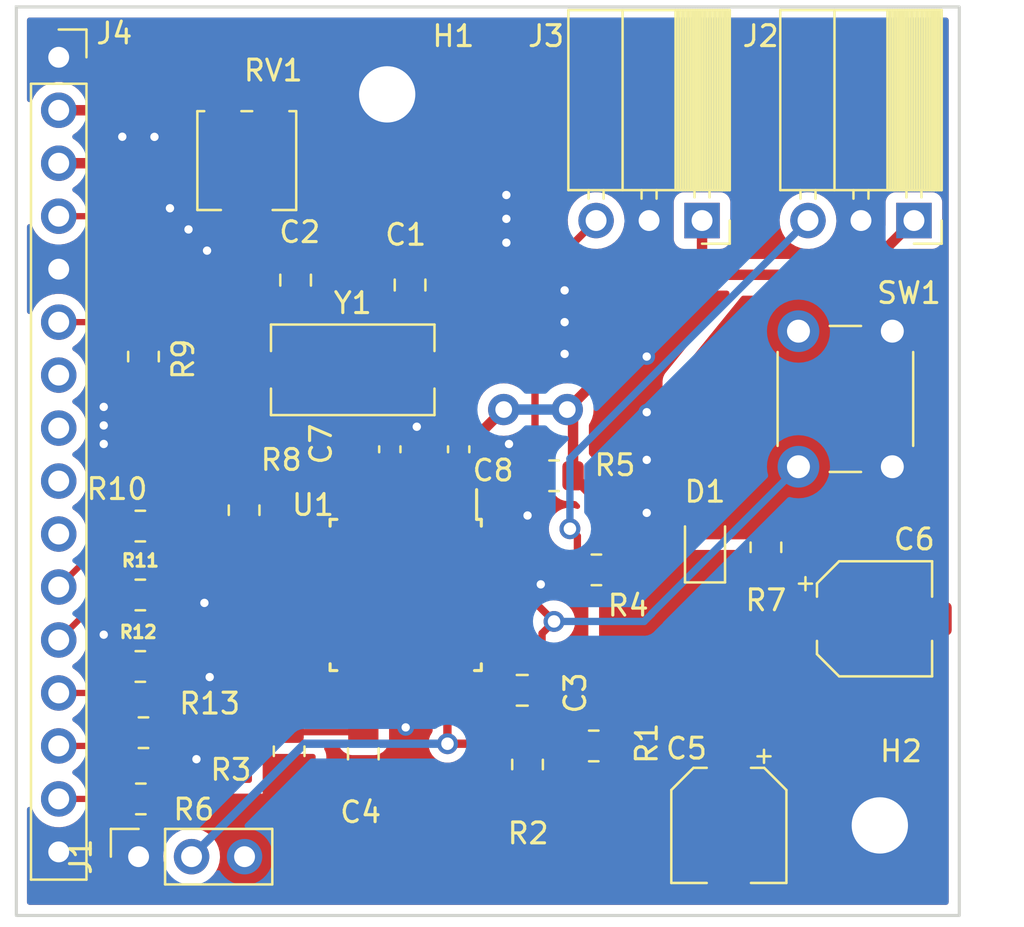
<source format=kicad_pcb>
(kicad_pcb (version 20211014) (generator pcbnew)
  (layers (0 "F.Cu" signal) (31 "B.Cu" signal) (34 "B.Paste" user) (35 "F.Paste" user) (36 "B.SilkS" user "B.Silkscreen") (37 "F.SilkS" user "F.Silkscreen") (38 "B.Mask" user) (39 "F.Mask" user) (44 "Edge.Cuts" user))
  (net 0 "")
  (net 1 "Net-(C1-Pad2)")
  (net 2 "Net-(C2-Pad2)")
  (net 3 "Net-(C4-Pad1)")
  (net 4 "VCC")
  (net 5 "Temp")
  (net 6 "Hall1")
  (net 7 "V0")
  (net 8 "GND")
  (net 9 "RESET")
  (net 14 "Net-(J4-Pad4)")
  (net 15 "Net-(J4-Pad6)")
  (net 16 "Net-(J4-Pad11)")
  (net 17 "Net-(J4-Pad15)")
  (net 18 "ADC6")
  (net 24 "Net-(J4-Pad12)")
  (net 25 "Net-(J4-Pad13)")
  (net 26 "Net-(J4-Pad14)")
  (net 27 "/PB0")
  (net 28 "/PB1")
  (net 29 "/PB2")
  (net 38 "/PB3")
  (net 40 "/PB4")
  (net 41 "/PB5")
  (footprint "Capacitor_SMD:C_0805_2012Metric" (layer "F.Cu") (at 127.463065 37.335411 -90)
    (fp_text reference "C1" (at -2.410411 0.209065 180) (layer "F.SilkS"))
    (fp_text value "22pF")
    (fp_line (start -0.261252 0.735) (end 0.261252 0.735) (layer "F.SilkS") (width 0.12))
    (fp_line (start -0.261252 -0.735) (end 0.261252 -0.735) (layer "F.SilkS") (width 0.12))
    (pad "1" smd roundrect (at -0.95 0 270) (size 1 1.45) (layers "F.Cu" "F.Paste" "F.Mask") (net 8 "GND"))
    (pad "2" smd roundrect (at 0.95 0 270) (size 1 1.45) (layers "F.Cu" "F.Paste" "F.Mask") (net 1 "Net-(C1-Pad2)"))
  )
  (footprint "Resistor_SMD:R_0805_2012Metric" (layer "F.Cu") (at 133.096 60.325 -90)
    (fp_text reference "R2" (at 3.302001 -0.028305) (layer "F.SilkS"))
    (fp_text value "11k")
    (fp_line (start -0.227064 -0.735) (end 0.227064 -0.735) (layer "F.SilkS") (width 0.12))
    (fp_line (start -0.227064 0.735) (end 0.227064 0.735) (layer "F.SilkS") (width 0.12))
    (pad "1" smd roundrect (at -0.9125 0 270) (size 1.025 1.4) (layers "F.Cu" "F.Paste" "F.Mask") (roundrect_rratio 0.243902439) (net 18 "ADC6"))
    (pad "2" smd roundrect (at 0.9125 0 270) (size 1.025 1.4) (layers "F.Cu" "F.Paste" "F.Mask") (roundrect_rratio 0.243902439) (net 8 "GND"))
  )
  (footprint "Button_Switch_THT:SW_PUSH_6mm" (layer "F.Cu") (at 150.586 39.549 -90)
    (fp_text reference "SW1" (at -1.83 -0.798 180) (layer "F.SilkS"))
    (fp_text value "SW_Push")
    (fp_line (start -0.25 1.5) (end -0.25 3) (layer "F.SilkS") (width 0.12))
    (fp_line (start 5.5 -1) (end 1 -1) (layer "F.SilkS") (width 0.12))
    (fp_line (start 1 5.5) (end 5.5 5.5) (layer "F.SilkS") (width 0.12))
    (fp_line (start 6.75 3) (end 6.75 1.5) (layer "F.SilkS") (width 0.12))
    (pad "1" thru_hole circle (at 6.5 0) (size 2 2) (drill 1.1) (layers *.Cu *.Mask) (net 8 "GND"))
    (pad "1" thru_hole circle (at 0 0) (size 2 2) (drill 1.1) (layers *.Cu *.Mask) (net 8 "GND"))
    (pad "2" thru_hole circle (at 0 4.5) (size 2 2) (drill 1.1) (layers *.Cu *.Mask) (net 9 "RESET"))
    (pad "2" thru_hole circle (at 6.5 4.5) (size 2 2) (drill 1.1) (layers *.Cu *.Mask) (net 9 "RESET"))
  )
  (footprint "Resistor_SMD:R_0805_2012Metric" (layer "F.Cu") (at 121.666 59.69 90)
    (fp_text reference "R3" (at -0.889 -2.794 180) (layer "F.SilkS"))
    (fp_text value "10k")
    (fp_line (start -0.227064 -0.735) (end 0.227064 -0.735) (layer "F.SilkS") (width 0.12))
    (fp_line (start -0.227064 0.735) (end 0.227064 0.735) (layer "F.SilkS") (width 0.12))
    (pad "1" smd roundrect (at -0.9125 0 90) (size 1.025 1.4) (layers "F.Cu" "F.Paste" "F.Mask") (roundrect_rratio 0.243902439) (net 4 "VCC"))
    (pad "2" smd roundrect (at 0.9125 0 90) (size 1.025 1.4) (layers "F.Cu" "F.Paste" "F.Mask") (roundrect_rratio 0.243902439) (net 3 "Net-(C4-Pad1)"))
  )
  (footprint "MountingHole:MountingHole_2.7mm_M2.5_Pad" (layer "F.Cu") (at 126.365 28.194)
    (fp_text reference "H1" (at 3.175 -2.794) (layer "F.SilkS"))
    (fp_text value "MountingHole_Pad")
    (pad "1" thru_hole circle (at 0 0) (size 5.4 5.4) (drill 2.7) (layers *.Cu *.Mask) (net 8 "GND"))
  )
  (footprint "Capacitor_SMD:C_0603_1608Metric" (layer "F.Cu") (at 129.794 45.212 -90)
    (fp_text reference "C8" (at 1.016 -1.651 180) (layer "F.SilkS"))
    (fp_text value "10nF")
    (fp_line (start -0.14058 -0.51) (end 0.14058 -0.51) (layer "F.SilkS") (width 0.12))
    (fp_line (start -0.14058 0.51) (end 0.14058 0.51) (layer "F.SilkS") (width 0.12))
    (pad "1" smd roundrect (at -0.775 0 270) (size 0.9 0.95) (layers "F.Cu" "F.Paste" "F.Mask") (net 4 "VCC"))
    (pad "2" smd roundrect (at 0.775 0 270) (size 0.9 0.95) (layers "F.Cu" "F.Paste" "F.Mask") (net 8 "GND"))
  )
  (footprint "Resistor_SMD:R_0805_2012Metric" (layer "F.Cu") (at 114.681 40.767 -90)
    (fp_text reference "R9" (at 0.127 -1.905 90) (layer "F.SilkS"))
    (fp_text value "0")
    (fp_line (start -0.227064 0.735) (end 0.227064 0.735) (layer "F.SilkS") (width 0.12))
    (fp_line (start -0.227064 -0.735) (end 0.227064 -0.735) (layer "F.SilkS") (width 0.12))
    (pad "1" smd roundrect (at -0.9125 0 270) (size 1.025 1.4) (layers "F.Cu" "F.Paste" "F.Mask") (roundrect_rratio 0.243902439) (net 15 "Net-(J4-Pad6)"))
    (pad "2" smd roundrect (at 0.9125 0 270) (size 1.025 1.4) (layers "F.Cu" "F.Paste" "F.Mask") (roundrect_rratio 0.243902439) (net 28 "/PB1"))
  )
  (footprint "Resistor_SMD:R_0805_2012Metric" (layer "F.Cu") (at 134.366 46.482 180)
    (fp_text reference "R5" (at -2.921 0.508) (layer "F.SilkS"))
    (fp_text value "10k")
    (fp_line (start -0.227064 -0.735) (end 0.227064 -0.735) (layer "F.SilkS") (width 0.12))
    (fp_line (start -0.227064 0.735) (end 0.227064 0.735) (layer "F.SilkS") (width 0.12))
    (pad "1" smd roundrect (at -0.9125 0 180) (size 1.025 1.4) (layers "F.Cu" "F.Paste" "F.Mask") (roundrect_rratio 0.243902439) (net 4 "VCC"))
    (pad "2" smd roundrect (at 0.9125 0 180) (size 1.025 1.4) (layers "F.Cu" "F.Paste" "F.Mask") (roundrect_rratio 0.243902439) (net 6 "Hall1"))
  )
  (footprint "Capacitor_SMD:C_0805_2012Metric" (layer "F.Cu") (at 132.842 56.769)
    (fp_text reference "C3" (at 2.54 0.127 90) (layer "F.SilkS"))
    (fp_text value "100nF")
    (fp_line (start -0.261252 -0.735) (end 0.261252 -0.735) (layer "F.SilkS") (width 0.12))
    (fp_line (start -0.261252 0.735) (end 0.261252 0.735) (layer "F.SilkS") (width 0.12))
    (pad "1" smd roundrect (at -0.95 0) (size 1 1.45) (layers "F.Cu" "F.Paste" "F.Mask") (net 8 "GND"))
    (pad "2" smd roundrect (at 0.95 0) (size 1 1.45) (layers "F.Cu" "F.Paste" "F.Mask") (net 9 "RESET"))
  )
  (footprint "Resistor_SMD:R_0805_2012Metric" (layer "F.Cu") (at 136.398 50.993643 180)
    (fp_text reference "R4" (at -1.524 -1.711357) (layer "F.SilkS"))
    (fp_text value "4.7k")
    (fp_line (start -0.227064 -0.735) (end 0.227064 -0.735) (layer "F.SilkS") (width 0.12))
    (fp_line (start -0.227064 0.735) (end 0.227064 0.735) (layer "F.SilkS") (width 0.12))
    (pad "1" smd roundrect (at -0.9125 0 180) (size 1.025 1.4) (layers "F.Cu" "F.Paste" "F.Mask") (roundrect_rratio 0.243902439) (net 4 "VCC"))
    (pad "2" smd roundrect (at 0.9125 0 180) (size 1.025 1.4) (layers "F.Cu" "F.Paste" "F.Mask") (roundrect_rratio 0.243902439) (net 5 "Temp"))
  )
  (footprint "Resistor_SMD:R_0805_2012Metric" (layer "F.Cu") (at 119.507 48.133 -90)
    (fp_text reference "R8" (at -2.413 -1.778 180) (layer "F.SilkS"))
    (fp_text value "0")
    (fp_line (start -0.227064 -0.735) (end 0.227064 -0.735) (layer "F.SilkS") (width 0.12))
    (fp_line (start -0.227064 0.735) (end 0.227064 0.735) (layer "F.SilkS") (width 0.12))
    (pad "1" smd roundrect (at -0.9125 0 270) (size 1.025 1.4) (layers "F.Cu" "F.Paste" "F.Mask") (roundrect_rratio 0.243902439) (net 14 "Net-(J4-Pad4)"))
    (pad "2" smd roundrect (at 0.9125 0 270) (size 1.025 1.4) (layers "F.Cu" "F.Paste" "F.Mask") (roundrect_rratio 0.243902439) (net 27 "/PB0"))
  )
  (footprint "Capacitor_SMD:C_0805_2012Metric" (layer "F.Cu") (at 125.222 59.817 -90)
    (fp_text reference "C4" (at 2.794 0.127 180) (layer "F.SilkS"))
    (fp_text value "100nF")
    (fp_line (start -0.261252 -0.735) (end 0.261252 -0.735) (layer "F.SilkS") (width 0.12))
    (fp_line (start -0.261252 0.735) (end 0.261252 0.735) (layer "F.SilkS") (width 0.12))
    (pad "1" smd roundrect (at -0.95 0 270) (size 1 1.45) (layers "F.Cu" "F.Paste" "F.Mask") (net 3 "Net-(C4-Pad1)"))
    (pad "2" smd roundrect (at 0.95 0 270) (size 1 1.45) (layers "F.Cu" "F.Paste" "F.Mask") (net 8 "GND"))
  )
  (footprint "Connector_PinSocket_2.54mm:PinSocket_1x03_P2.54mm_Vertical" (layer "F.Cu") (at 114.447 64.745 90)
    (fp_text reference "J1" (at 0 -2.77 90) (layer "F.SilkS"))
    (fp_text value "VBuck")
    (fp_line (start -1.33 1.27) (end -1.33 6.41) (layer "F.SilkS") (width 0.12))
    (fp_line (start -1.33 6.41) (end 1.33 6.41) (layer "F.SilkS") (width 0.12))
    (fp_line (start 1.33 -1.33) (end 1.33 0) (layer "F.SilkS") (width 0.12))
    (fp_line (start 1.33 1.27) (end 1.33 6.41) (layer "F.SilkS") (width 0.12))
    (fp_line (start 0 -1.33) (end 1.33 -1.33) (layer "F.SilkS") (width 0.12))
    (fp_line (start -1.33 1.27) (end 1.33 1.27) (layer "F.SilkS") (width 0.12))
    (pad "1" thru_hole rect (at 0 0 90) (size 1.7 1.7) (drill 1) (layers *.Cu *.Mask) (net 8 "GND"))
    (pad "2" thru_hole oval (at 0 2.54 90) (size 1.7 1.7) (drill 1) (layers *.Cu *.Mask) (net 18 "ADC6"))
    (pad "3" thru_hole oval (at 0 5.08 90) (size 1.7 1.7) (drill 1) (layers *.Cu *.Mask) (net 4 "VCC"))
  )
  (footprint "Resistor_SMD:R_0805_2012Metric" (layer "F.Cu") (at 144.526 49.911 90)
    (fp_text reference "R7" (at -2.54 0 180) (layer "F.SilkS"))
    (fp_text value "10k")
    (fp_line (start -0.227064 -0.735) (end 0.227064 -0.735) (layer "F.SilkS") (width 0.12))
    (fp_line (start -0.227064 0.735) (end 0.227064 0.735) (layer "F.SilkS") (width 0.12))
    (pad "1" smd roundrect (at -0.9125 0 90) (size 1.025 1.4) (layers "F.Cu" "F.Paste" "F.Mask") (roundrect_rratio 0.243902439) (net 4 "VCC"))
    (pad "2" smd roundrect (at 0.9125 0 90) (size 1.025 1.4) (layers "F.Cu" "F.Paste" "F.Mask") (roundrect_rratio 0.243902439) (net 9 "RESET"))
  )
  (footprint "Resistor_SMD:R_0805_2012Metric" (layer "F.Cu") (at 114.554 61.976 180)
    (fp_text reference "R6" (at -2.54 -0.508) (layer "F.SilkS"))
    (fp_text value "0")
    (fp_line (start -0.227064 0.735) (end 0.227064 0.735) (layer "F.SilkS") (width 0.12))
    (fp_line (start -0.227064 -0.735) (end 0.227064 -0.735) (layer "F.SilkS") (width 0.12))
    (pad "1" smd roundrect (at -0.9125 0 180) (size 1.025 1.4) (layers "F.Cu" "F.Paste" "F.Mask") (roundrect_rratio 0.243902439) (net 4 "VCC"))
    (pad "2" smd roundrect (at 0.9125 0 180) (size 1.025 1.4) (layers "F.Cu" "F.Paste" "F.Mask") (roundrect_rratio 0.243902439) (net 17 "Net-(J4-Pad15)"))
  )
  (footprint "Capacitor_SMD:CP_Elec_5x5.8" (layer "F.Cu") (at 142.748 63.246 -90)
    (fp_text reference "C5" (at -3.683 2.032 180) (layer "F.SilkS"))
    (fp_text value "100µF")
    (fp_line (start -3.625 -1.685) (end -3 -1.685) (layer "F.SilkS") (width 0.12))
    (fp_line (start -1.695563 2.76) (end 2.76 2.76) (layer "F.SilkS") (width 0.12))
    (fp_line (start -2.76 -1.695563) (end -2.76 -1.06) (layer "F.SilkS") (width 0.12))
    (fp_line (start -2.76 1.695563) (end -2.76 1.06) (layer "F.SilkS") (width 0.12))
    (fp_line (start 2.76 2.76) (end 2.76 1.06) (layer "F.SilkS") (width 0.12))
    (fp_line (start -1.695563 -2.76) (end 2.76 -2.76) (layer "F.SilkS") (width 0.12))
    (fp_line (start -2.76 -1.695563) (end -1.695563 -2.76) (layer "F.SilkS") (width 0.12))
    (fp_line (start -2.76 1.695563) (end -1.695563 2.76) (layer "F.SilkS") (width 0.12))
    (fp_line (start 2.76 -2.76) (end 2.76 -1.06) (layer "F.SilkS") (width 0.12))
    (fp_line (start -3.3125 -1.9975) (end -3.3125 -1.3725) (layer "F.SilkS") (width 0.12))
    (pad "1" smd roundrect (at -2.2 0 270) (size 3 1.6) (layers "F.Cu" "F.Paste" "F.Mask") (roundrect_rratio 0.15625) (net 4 "VCC"))
    (pad "2" smd roundrect (at 2.2 0 270) (size 3 1.6) (layers "F.Cu" "F.Paste" "F.Mask") (roundrect_rratio 0.15625) (net 8 "GND"))
  )
  (footprint "Resistor_SMD:R_0805_2012Metric" (layer "F.Cu") (at 114.5305 55.626)
    (fp_text reference "R12" (at -0.1035 -1.651) (layer "F.SilkS") (effects (font (size 0.6 0.6))))
    (fp_text value "0")
    (fp_line (start -0.227064 0.735) (end 0.227064 0.735) (layer "F.SilkS") (width 0.12))
    (fp_line (start -0.227064 -0.735) (end 0.227064 -0.735) (layer "F.SilkS") (width 0.12))
    (pad "1" smd roundrect (at -0.9125 0) (size 1.025 1.4) (layers "F.Cu" "F.Paste" "F.Mask") (roundrect_rratio 0.243902439) (net 25 "Net-(J4-Pad13)"))
    (pad "2" smd roundrect (at 0.9125 0) (size 1.025 1.4) (layers "F.Cu" "F.Paste" "F.Mask") (roundrect_rratio 0.243902439) (net 40 "/PB4"))
  )
  (footprint "Diode_SMD:D_0805_2012Metric" (layer "F.Cu") (at 141.605 49.911 90)
    (fp_text reference "D1" (at 2.667 0 180) (layer "F.SilkS"))
    (fp_text value "D")
    (fp_line (start -1.685 0.96) (end 1 0.96) (layer "F.SilkS") (width 0.12))
    (fp_line (start -1.685 -0.96) (end -1.685 0.96) (layer "F.SilkS") (width 0.12))
    (fp_line (start 1 -0.96) (end -1.685 -0.96) (layer "F.SilkS") (width 0.12))
    (pad "1" smd roundrect (at -0.9375 0 90) (size 0.975 1.4) (layers "F.Cu" "F.Paste" "F.Mask") (net 4 "VCC"))
    (pad "2" smd roundrect (at 0.9375 0 90) (size 0.975 1.4) (layers "F.Cu" "F.Paste" "F.Mask") (net 9 "RESET"))
  )
  (footprint "Crystal:Crystal_SMD_ECS_CSM3X-2Pin_7.6x4.1mm" (layer "F.Cu") (at 124.714 41.402)
    (fp_text reference "Y1" (at 0 -3.2) (layer "F.SilkS"))
    (fp_text value "16MHz")
    (fp_line (start -3.92 -2.17) (end -3.92 -0.9) (layer "F.SilkS") (width 0.12))
    (fp_line (start -3.92 2.17) (end 3.92 2.17) (layer "F.SilkS") (width 0.12))
    (fp_line (start 3.92 -2.17) (end 3.92 -0.9) (layer "F.SilkS") (width 0.12))
    (fp_line (start -3.92 -2.17) (end 3.92 -2.17) (layer "F.SilkS") (width 0.12))
    (fp_line (start 3.92 2.17) (end 3.92 0.9) (layer "F.SilkS") (width 0.12))
    (fp_line (start -3.92 2.17) (end -3.92 0.9) (layer "F.SilkS") (width 0.12))
    (pad "1" smd rect (at -2.75 0) (size 3.5 1.2) (layers "F.Cu" "F.Paste" "F.Mask") (net 2 "Net-(C2-Pad2)"))
    (pad "2" smd rect (at 2.75 0) (size 3.5 1.2) (layers "F.Cu" "F.Paste" "F.Mask") (net 1 "Net-(C1-Pad2)"))
  )
  (footprint "Resistor_SMD:R_0805_2012Metric" (layer "F.Cu") (at 136.271 59.436 180)
    (fp_text reference "R1" (at -2.54 0.127 90) (layer "F.SilkS"))
    (fp_text value "99k")
    (fp_line (start -0.227064 0.735) (end 0.227064 0.735) (layer "F.SilkS") (width 0.12))
    (fp_line (start -0.227064 -0.735) (end 0.227064 -0.735) (layer "F.SilkS") (width 0.12))
    (pad "1" smd roundrect (at -0.9125 0 180) (size 1.025 1.4) (layers "F.Cu" "F.Paste" "F.Mask") (roundrect_rratio 0.243902439) (net 4 "VCC"))
    (pad "2" smd roundrect (at 0.9125 0 180) (size 1.025 1.4) (layers "F.Cu" "F.Paste" "F.Mask") (roundrect_rratio 0.243902439) (net 18 "ADC6"))
  )
  (footprint "Resistor_SMD:R_0805_2012Metric" (layer "F.Cu") (at 114.681 58.801 180)
    (fp_text reference "R13" (at -3.175 1.397) (layer "F.SilkS"))
    (fp_text value "0")
    (fp_line (start -0.227064 -0.735) (end 0.227064 -0.735) (layer "F.SilkS") (width 0.12))
    (fp_line (start -0.227064 0.735) (end 0.227064 0.735) (layer "F.SilkS") (width 0.12))
    (pad "1" smd roundrect (at -0.9125 0 180) (size 1.025 1.4) (layers "F.Cu" "F.Paste" "F.Mask") (roundrect_rratio 0.243902439) (net 41 "/PB5"))
    (pad "2" smd roundrect (at 0.9125 0 180) (size 1.025 1.4) (layers "F.Cu" "F.Paste" "F.Mask") (roundrect_rratio 0.243902439) (net 26 "Net-(J4-Pad14)"))
  )
  (footprint "Potentiometer_SMD:Potentiometer_Bourns_3314G_Vertical" (layer "F.Cu") (at 119.634 31.369)
    (fp_text reference "RV1" (at 1.27 -4.318 180) (layer "F.SilkS"))
    (fp_text value "Poti")
    (fp_line (start -2.37 -2.37) (end -2.039 -2.37) (layer "F.SilkS") (width 0.12))
    (fp_line (start 1.24 2.37) (end 2.37 2.37) (layer "F.SilkS") (width 0.12))
    (fp_line (start 2.04 -2.37) (end 2.37 -2.37) (layer "F.SilkS") (width 0.12))
    (fp_line (start 2.37 -2.37) (end 2.37 2.37) (layer "F.SilkS") (width 0.12))
    (fp_line (start -0.259 -2.37) (end 0.26 -2.37) (layer "F.SilkS") (width 0.12))
    (fp_line (start -2.37 2.37) (end -1.24 2.37) (layer "F.SilkS") (width 0.12))
    (fp_line (start -2.37 -2.37) (end -2.37 2.37) (layer "F.SilkS") (width 0.12))
    (pad "1" smd rect (at 1.15 -2.75) (size 1.3 1.3) (layers "F.Cu" "F.Paste" "F.Mask") (net 8 "GND"))
    (pad "2" smd rect (at 0 2.75) (size 2 1.3) (layers "F.Cu" "F.Paste" "F.Mask") (net 7 "V0"))
    (pad "3" smd rect (at -1.15 -2.75) (size 1.3 1.3) (layers "F.Cu" "F.Paste" "F.Mask") (net 4 "VCC"))
  )
  (footprint "Connector_PinSocket_2.54mm:PinSocket_1x03_P2.54mm_Horizontal" (layer "F.Cu") (at 151.623 34.245 -90)
    (fp_text reference "J2" (at -8.845 7.351 180) (layer "F.SilkS"))
    (fp_text value "Temp")
    (fp_line (start -1.46 2.9) (end -1.05 2.9) (layer "F.SilkS") (width 0.12))
    (fp_line (start -10.09 -0.73762) (end -1.46 -0.73762) (layer "F.SilkS") (width 0.12))
    (fp_line (start -10.09 1.1519) (end -1.46 1.1519) (layer "F.SilkS") (width 0.12))
    (fp_line (start -10.09 0.20714) (end -1.46 0.20714) (layer "F.SilkS") (width 0.12))
    (fp_line (start -10.09 -0.147145) (end -1.46 -0.147145) (layer "F.SilkS") (width 0.12))
    (fp_line (start -10.09 -0.619525) (end -1.46 -0.619525) (layer "F.SilkS") (width 0.12))
    (fp_line (start -1.46 2.18) (end -1.05 2.18) (layer "F.SilkS") (width 0.12))
    (fp_line (start -10.09 0.325235) (end -1.46 0.325235) (layer "F.SilkS") (width 0.12))
    (fp_line (start -10.09 0.089045) (end -1.46 0.089045) (layer "F.SilkS") (width 0.12))
    (fp_line (start -10.09 -0.97381) (end -1.46 -0.97381) (layer "F.SilkS") (width 0.12))
    (fp_line (start -10.09 1.27) (end -1.46 1.27) (layer "F.SilkS") (width 0.12))
    (fp_line (start -10.09 -0.26524) (end -1.46 -0.26524) (layer "F.SilkS") (width 0.12))
    (fp_line (start -10.09 -1.21) (end -1.46 -1.21) (layer "F.SilkS") (width 0.12))
    (fp_line (start -10.09 -1.33) (end -10.09 6.41) (layer "F.SilkS") (width 0.12))
    (fp_line (start -10.09 0.91571) (end -1.46 0.91571) (layer "F.SilkS") (width 0.12))
    (fp_line (start -10.09 -1.091905) (end -1.46 -1.091905) (layer "F.SilkS") (width 0.12))
    (fp_line (start -10.09 6.41) (end -1.46 6.41) (layer "F.SilkS") (width 0.12))
    (fp_line (start -10.09 0.797615) (end -1.46 0.797615) (layer "F.SilkS") (width 0.12))
    (fp_line (start -10.09 0.561425) (end -1.46 0.561425) (layer "F.SilkS") (width 0.12))
    (fp_line (start -10.09 3.81) (end -1.46 3.81) (layer "F.SilkS") (width 0.12))
    (fp_line (start -1.46 5.44) (end -1.05 5.44) (layer "F.SilkS") (width 0.12))
    (fp_line (start -1.46 -0.36) (end -1.11 -0.36) (layer "F.SilkS") (width 0.12))
    (fp_line (start -1.46 0.36) (end -1.11 0.36) (layer "F.SilkS") (width 0.12))
    (fp_line (start -10.09 -1.33) (end -1.46 -1.33) (layer "F.SilkS") (width 0.12))
    (fp_line (start -10.09 1.033805) (end -1.46 1.033805) (layer "F.SilkS") (width 0.12))
    (fp_line (start -1.46 -1.33) (end -1.46 6.41) (layer "F.SilkS") (width 0.12))
    (fp_line (start -1.46 4.72) (end -1.05 4.72) (layer "F.SilkS") (width 0.12))
    (fp_line (start -10.09 -0.02905) (end -1.46 -0.02905) (layer "F.SilkS") (width 0.12))
    (fp_line (start 1.11 -1.33) (end 1.11 0) (layer "F.SilkS") (width 0.12))
    (fp_line (start -10.09 0.67952) (end -1.46 0.67952) (layer "F.SilkS") (width 0.12))
    (fp_line (start -10.09 -0.50143) (end -1.46 -0.50143) (layer "F.SilkS") (width 0.12))
    (fp_line (start -10.09 -0.855715) (end -1.46 -0.855715) (layer "F.SilkS") (width 0.12))
    (fp_line (start 0 -1.33) (end 1.11 -1.33) (layer "F.SilkS") (width 0.12))
    (fp_line (start -10.09 -0.383335) (end -1.46 -0.383335) (layer "F.SilkS") (width 0.12))
    (fp_line (start -10.09 0.44333) (end -1.46 0.44333) (layer "F.SilkS") (width 0.12))
    (pad "1" thru_hole rect (at 0 0 270) (size 1.7 1.7) (drill 1) (layers *.Cu *.Mask) (net 4 "VCC"))
    (pad "2" thru_hole oval (at 0 2.54 270) (size 1.7 1.7) (drill 1) (layers *.Cu *.Mask) (net 8 "GND"))
    (pad "3" thru_hole oval (at 0 5.08 270) (size 1.7 1.7) (drill 1) (layers *.Cu *.Mask) (net 5 "Temp"))
  )
  (footprint "Capacitor_SMD:C_0805_2012Metric" (layer "F.Cu") (at 121.975548 37.101899 -90)
    (fp_text reference "C2" (at -2.303899 -0.198452 180) (layer "F.SilkS"))
    (fp_text value "22pF")
    (fp_line (start -0.261252 -0.735) (end 0.261252 -0.735) (layer "F.SilkS") (width 0.12))
    (fp_line (start -0.261252 0.735) (end 0.261252 0.735) (layer "F.SilkS") (width 0.12))
    (pad "1" smd roundrect (at -0.95 0 270) (size 1 1.45) (layers "F.Cu" "F.Paste" "F.Mask") (net 8 "GND"))
    (pad "2" smd roundrect (at 0.95 0 270) (size 1 1.45) (layers "F.Cu" "F.Paste" "F.Mask") (net 2 "Net-(C2-Pad2)"))
  )
  (footprint "Resistor_SMD:R_0805_2012Metric" (layer "F.Cu") (at 114.5305 52.197)
    (fp_text reference "R11" (at 0 -1.65) (layer "F.SilkS") (effects (font (size 0.6 0.6))))
    (fp_text value "0")
    (fp_line (start -0.227064 -0.735) (end 0.227064 -0.735) (layer "F.SilkS") (width 0.12))
    (fp_line (start -0.227064 0.735) (end 0.227064 0.735) (layer "F.SilkS") (width 0.12))
    (pad "1" smd roundrect (at -0.9125 0) (size 1.025 1.4) (layers "F.Cu" "F.Paste" "F.Mask") (roundrect_rratio 0.243902439) (net 24 "Net-(J4-Pad12)"))
    (pad "2" smd roundrect (at 0.9125 0) (size 1.025 1.4) (layers "F.Cu" "F.Paste" "F.Mask") (roundrect_rratio 0.243902439) (net 38 "/PB3"))
  )
  (footprint "Capacitor_SMD:CP_Elec_5x5.8" (layer "F.Cu") (at 149.733 53.34)
    (fp_text reference "C6" (at 1.905 -3.81) (layer "F.SilkS"))
    (fp_text value "100µF")
    (fp_line (start -2.76 1.695563) (end -1.695563 2.76) (layer "F.SilkS") (width 0.12))
    (fp_line (start -2.76 -1.695563) (end -2.76 -1.06) (layer "F.SilkS") (width 0.12))
    (fp_line (start -1.695563 -2.76) (end 2.76 -2.76) (layer "F.SilkS") (width 0.12))
    (fp_line (start -2.76 1.695563) (end -2.76 1.06) (layer "F.SilkS") (width 0.12))
    (fp_line (start -3.625 -1.685) (end -3 -1.685) (layer "F.SilkS") (width 0.12))
    (fp_line (start -1.695563 2.76) (end 2.76 2.76) (layer "F.SilkS") (width 0.12))
    (fp_line (start 2.76 -2.76) (end 2.76 -1.06) (layer "F.SilkS") (width 0.12))
    (fp_line (start -2.76 -1.695563) (end -1.695563 -2.76) (layer "F.SilkS") (width 0.12))
    (fp_line (start 2.76 2.76) (end 2.76 1.06) (layer "F.SilkS") (width 0.12))
    (fp_line (start -3.3125 -1.9975) (end -3.3125 -1.3725) (layer "F.SilkS") (width 0.12))
    (pad "1" smd roundrect (at -2.2 0) (size 3 1.6) (layers "F.Cu" "F.Paste" "F.Mask") (roundrect_rratio 0.15625) (net 4 "VCC"))
    (pad "2" smd roundrect (at 2.2 0) (size 3 1.6) (layers "F.Cu" "F.Paste" "F.Mask") (roundrect_rratio 0.15625) (net 8 "GND"))
  )
  (footprint "MountingHole:MountingHole_2.7mm_M2.5_Pad" (layer "F.Cu") (at 149.987 63.246)
    (fp_text reference "H2" (at 1.016 -3.556) (layer "F.SilkS"))
    (fp_text value "MountingHole_Pad")
    (pad "1" thru_hole circle (at 0 0) (size 5.4 5.4) (drill 2.7) (layers *.Cu *.Mask) (net 8 "GND"))
  )
  (footprint "Connector_PinSocket_2.54mm:PinSocket_1x16_P2.54mm_Vertical" (layer "F.Cu") (at 110.617 26.416)
    (fp_text reference "J4" (at 2.667 -1.143) (layer "F.SilkS"))
    (fp_text value "Display")
    (fp_line (start -1.33 39.43) (end 1.33 39.43) (layer "F.SilkS") (width 0.12))
    (fp_line (start -1.33 1.27) (end -1.33 39.43) (layer "F.SilkS") (width 0.12))
    (fp_line (start -1.33 1.27) (end 1.33 1.27) (layer "F.SilkS") (width 0.12))
    (fp_line (start 1.33 -1.33) (end 1.33 0) (layer "F.SilkS") (width 0.12))
    (fp_line (start 0 -1.33) (end 1.33 -1.33) (layer "F.SilkS") (width 0.12))
    (fp_line (start 1.33 1.27) (end 1.33 39.43) (layer "F.SilkS") (width 0.12))
    (pad "1" thru_hole rect (at 0 0) (size 1.7 1.7) (drill 1) (layers *.Cu *.Mask) (net 8 "GND"))
    (pad "2" thru_hole oval (at 0 2.54) (size 1.7 1.7) (drill 1) (layers *.Cu *.Mask) (net 4 "VCC"))
    (pad "3" thru_hole oval (at 0 5.08) (size 1.7 1.7) (drill 1) (layers *.Cu *.Mask) (net 7 "V0"))
    (pad "4" thru_hole oval (at 0 7.62) (size 1.7 1.7) (drill 1) (layers *.Cu *.Mask) (net 14 "Net-(J4-Pad4)"))
    (pad "5" thru_hole oval (at 0 10.16) (size 1.7 1.7) (drill 1) (layers *.Cu *.Mask) (net 8 "GND"))
    (pad "6" thru_hole oval (at 0 12.7) (size 1.7 1.7) (drill 1) (layers *.Cu *.Mask) (net 15 "Net-(J4-Pad6)"))
    (pad "7" thru_hole oval (at 0 15.24) (size 1.7 1.7) (drill 1) (layers *.Cu *.Mask))
    (pad "8" thru_hole oval (at 0 17.78) (size 1.7 1.7) (drill 1) (layers *.Cu *.Mask))
    (pad "9" thru_hole oval (at 0 20.32) (size 1.7 1.7) (drill 1) (layers *.Cu *.Mask))
    (pad "10" thru_hole oval (at 0 22.86) (size 1.7 1.7) (drill 1) (layers *.Cu *.Mask))
    (pad "11" thru_hole oval (at 0 25.4) (size 1.7 1.7) (drill 1) (layers *.Cu *.Mask) (net 16 "Net-(J4-Pad11)"))
    (pad "12" thru_hole oval (at 0 27.94) (size 1.7 1.7) (drill 1) (layers *.Cu *.Mask) (net 24 "Net-(J4-Pad12)"))
    (pad "13" thru_hole oval (at 0 30.48) (size 1.7 1.7) (drill 1) (layers *.Cu *.Mask) (net 25 "Net-(J4-Pad13)"))
    (pad "14" thru_hole oval (at 0 33.02) (size 1.7 1.7) (drill 1) (layers *.Cu *.Mask) (net 26 "Net-(J4-Pad14)"))
    (pad "15" thru_hole oval (at 0 35.56) (size 1.7 1.7) (drill 1) (layers *.Cu *.Mask) (net 17 "Net-(J4-Pad15)"))
    (pad "16" thru_hole oval (at 0 38.1) (size 1.7 1.7) (drill 1) (layers *.Cu *.Mask) (net 8 "GND"))
  )
  (footprint "Capacitor_SMD:C_0603_1608Metric" (layer "F.Cu") (at 126.492 45.212 90)
    (fp_text reference "C7" (at 0.254 -3.302 90) (layer "F.SilkS"))
    (fp_text value "10nF")
    (fp_line (start -0.14058 0.51) (end 0.14058 0.51) (layer "F.SilkS") (width 0.12))
    (fp_line (start -0.14058 -0.51) (end 0.14058 -0.51) (layer "F.SilkS") (width 0.12))
    (pad "1" smd roundrect (at -0.775 0 90) (size 0.9 0.95) (layers "F.Cu" "F.Paste" "F.Mask") (net 4 "VCC"))
    (pad "2" smd roundrect (at 0.775 0 90) (size 0.9 0.95) (layers "F.Cu" "F.Paste" "F.Mask") (net 8 "GND"))
  )
  (footprint "Package_QFP:TQFP-32_7x7mm_P0.8mm" (layer "F.Cu") (at 127.254 52.197 -90)
    (fp_text reference "U1" (at -4.318 4.445 180) (layer "F.SilkS"))
    (fp_text value "ATmega8-16A")
    (fp_line (start -3.625 3.625) (end -3.3 3.625) (layer "F.SilkS") (width 0.15))
    (fp_line (start -3.625 3.625) (end -3.625 3.3) (layer "F.SilkS") (width 0.15))
    (fp_line (start 3.625 -3.625) (end 3.3 -3.625) (layer "F.SilkS") (width 0.15))
    (fp_line (start 3.625 3.625) (end 3.625 3.3) (layer "F.SilkS") (width 0.15))
    (fp_line (start 3.625 3.625) (end 3.3 3.625) (layer "F.SilkS") (width 0.15))
    (fp_line (start -3.625 -3.4) (end -5.05 -3.4) (layer "F.SilkS") (width 0.15))
    (fp_line (start 3.625 -3.625) (end 3.625 -3.3) (layer "F.SilkS") (width 0.15))
    (fp_line (start -3.625 -3.625) (end -3.625 -3.4) (layer "F.SilkS") (width 0.15))
    (fp_line (start -3.625 -3.625) (end -3.3 -3.625) (layer "F.SilkS") (width 0.15))
    (pad "1" smd rect (at -4.25 -2.8 270) (size 1.6 0.55) (layers "F.Cu" "F.Paste" "F.Mask"))
    (pad "2" smd rect (at -4.25 -2 270) (size 1.6 0.55) (layers "F.Cu" "F.Paste" "F.Mask"))
    (pad "3" smd rect (at -4.25 -1.2 270) (size 1.6 0.55) (layers "F.Cu" "F.Paste" "F.Mask") (net 8 "GND"))
    (pad "4" smd rect (at -4.25 -0.4 270) (size 1.6 0.55) (layers "F.Cu" "F.Paste" "F.Mask") (net 4 "VCC"))
    (pad "5" smd rect (at -4.25 0.4 270) (size 1.6 0.55) (layers "F.Cu" "F.Paste" "F.Mask") (net 8 "GND"))
    (pad "6" smd rect (at -4.25 1.2 270) (size 1.6 0.55) (layers "F.Cu" "F.Paste" "F.Mask") (net 4 "VCC"))
    (pad "7" smd rect (at -4.25 2 270) (size 1.6 0.55) (layers "F.Cu" "F.Paste" "F.Mask") (net 1 "Net-(C1-Pad2)"))
    (pad "8" smd rect (at -4.25 2.8 270) (size 1.6 0.55) (layers "F.Cu" "F.Paste" "F.Mask") (net 2 "Net-(C2-Pad2)"))
    (pad "9" smd rect (at -2.8 4.25) (size 1.6 0.55) (layers "F.Cu" "F.Paste" "F.Mask"))
    (pad "10" smd rect (at -2 4.25) (size 1.6 0.55) (layers "F.Cu" "F.Paste" "F.Mask"))
    (pad "11" smd rect (at -1.2 4.25) (size 1.6 0.55) (layers "F.Cu" "F.Paste" "F.Mask"))
    (pad "12" smd rect (at -0.4 4.25) (size 1.6 0.55) (layers "F.Cu" "F.Paste" "F.Mask") (net 27 "/PB0"))
    (pad "13" smd rect (at 0.4 4.25) (size 1.6 0.55) (layers "F.Cu" "F.Paste" "F.Mask") (net 28 "/PB1"))
    (pad "14" smd rect (at 1.2 4.25) (size 1.6 0.55) (layers "F.Cu" "F.Paste" "F.Mask") (net 29 "/PB2"))
    (pad "15" smd rect (at 2 4.25) (size 1.6 0.55) (layers "F.Cu" "F.Paste" "F.Mask") (net 38 "/PB3"))
    (pad "16" smd rect (at 2.8 4.25) (size 1.6 0.55) (layers "F.Cu" "F.Paste" "F.Mask") (net 40 "/PB4"))
    (pad "17" smd rect (at 4.25 2.8 270) (size 1.6 0.55) (layers "F.Cu" "F.Paste" "F.Mask") (net 41 "/PB5"))
    (pad "18" smd rect (at 4.25 2 270) (size 1.6 0.55) (layers "F.Cu" "F.Paste" "F.Mask") (net 3 "Net-(C4-Pad1)"))
    (pad "19" smd rect (at 4.25 1.2 270) (size 1.6 0.55) (layers "F.Cu" "F.Paste" "F.Mask"))
    (pad "20" smd rect (at 4.25 0.4 270) (size 1.6 0.55) (layers "F.Cu" "F.Paste" "F.Mask"))
    (pad "21" smd rect (at 4.25 -0.4 270) (size 1.6 0.55) (layers "F.Cu" "F.Paste" "F.Mask") (net 8 "GND"))
    (pad "22" smd rect (at 4.25 -1.2 270) (size 1.6 0.55) (layers "F.Cu" "F.Paste" "F.Mask"))
    (pad "23" smd rect (at 4.25 -2 270) (size 1.6 0.55) (layers "F.Cu" "F.Paste" "F.Mask") (net 18 "ADC6"))
    (pad "24" smd rect (at 4.25 -2.8 270) (size 1.6 0.55) (layers "F.Cu" "F.Paste" "F.Mask"))
    (pad "25" smd rect (at 2.8 -4.25) (size 1.6 0.55) (layers "F.Cu" "F.Paste" "F.Mask"))
    (pad "26" smd rect (at 2 -4.25) (size 1.6 0.55) (layers "F.Cu" "F.Paste" "F.Mask"))
    (pad "27" smd rect (at 1.2 -4.25) (size 1.6 0.55) (layers "F.Cu" "F.Paste" "F.Mask"))
    (pad "28" smd rect (at 0.4 -4.25) (size 1.6 0.55) (layers "F.Cu" "F.Paste" "F.Mask"))
    (pad "29" smd rect (at -0.4 -4.25) (size 1.6 0.55) (layers "F.Cu" "F.Paste" "F.Mask") (net 9 "RESET"))
    (pad "30" smd rect (at -1.2 -4.25) (size 1.6 0.55) (layers "F.Cu" "F.Paste" "F.Mask") (net 5 "Temp"))
    (pad "31" smd rect (at -2 -4.25) (size 1.6 0.55) (layers "F.Cu" "F.Paste" "F.Mask"))
    (pad "32" smd rect (at -2.8 -4.25) (size 1.6 0.55) (layers "F.Cu" "F.Paste" "F.Mask") (net 6 "Hall1"))
  )
  (footprint "Resistor_SMD:R_0805_2012Metric" (layer "F.Cu") (at 114.5305 48.895)
    (fp_text reference "R10" (at -1.1195 -1.778) (layer "F.SilkS"))
    (fp_text value "0")
    (fp_line (start -0.227064 0.735) (end 0.227064 0.735) (layer "F.SilkS") (width 0.12))
    (fp_line (start -0.227064 -0.735) (end 0.227064 -0.735) (layer "F.SilkS") (width 0.12))
    (pad "1" smd roundrect (at -0.9125 0) (size 1.025 1.4) (layers "F.Cu" "F.Paste" "F.Mask") (roundrect_rratio 0.243902439) (net 16 "Net-(J4-Pad11)"))
    (pad "2" smd roundrect (at 0.9125 0) (size 1.025 1.4) (layers "F.Cu" "F.Paste" "F.Mask") (roundrect_rratio 0.243902439) (net 29 "/PB2"))
  )
  (footprint "Connector_PinSocket_2.54mm:PinSocket_1x03_P2.54mm_Horizontal" (layer "F.Cu") (at 141.463 34.245 -90)
    (fp_text reference "J3" (at -8.845 7.478 180) (layer "F.SilkS"))
    (fp_text value "Hall")
    (fp_line (start -1.46 -0.36) (end -1.11 -0.36) (layer "F.SilkS") (width 0.12))
    (fp_line (start 1.11 -1.33) (end 1.11 0) (layer "F.SilkS") (width 0.12))
    (fp_line (start -10.09 3.81) (end -1.46 3.81) (layer "F.SilkS") (width 0.12))
    (fp_line (start -10.09 0.325235) (end -1.46 0.325235) (layer "F.SilkS") (width 0.12))
    (fp_line (start -1.46 2.9) (end -1.05 2.9) (layer "F.SilkS") (width 0.12))
    (fp_line (start -10.09 -0.73762) (end -1.46 -0.73762) (layer "F.SilkS") (width 0.12))
    (fp_line (start -10.09 1.033805) (end -1.46 1.033805) (layer "F.SilkS") (width 0.12))
    (fp_line (start -10.09 0.797615) (end -1.46 0.797615) (layer "F.SilkS") (width 0.12))
    (fp_line (start 0 -1.33) (end 1.11 -1.33) (layer "F.SilkS") (width 0.12))
    (fp_line (start -1.46 4.72) (end -1.05 4.72) (layer "F.SilkS") (width 0.12))
    (fp_line (start -10.09 -0.855715) (end -1.46 -0.855715) (layer "F.SilkS") (width 0.12))
    (fp_line (start -10.09 0.20714) (end -1.46 0.20714) (layer "F.SilkS") (width 0.12))
    (fp_line (start -10.09 0.44333) (end -1.46 0.44333) (layer "F.SilkS") (width 0.12))
    (fp_line (start -10.09 1.1519) (end -1.46 1.1519) (layer "F.SilkS") (width 0.12))
    (fp_line (start -10.09 6.41) (end -1.46 6.41) (layer "F.SilkS") (width 0.12))
    (fp_line (start -10.09 0.67952) (end -1.46 0.67952) (layer "F.SilkS") (width 0.12))
    (fp_line (start -10.09 -0.383335) (end -1.46 -0.383335) (layer "F.SilkS") (width 0.12))
    (fp_line (start -10.09 -0.02905) (end -1.46 -0.02905) (layer "F.SilkS") (width 0.12))
    (fp_line (start -10.09 -1.091905) (end -1.46 -1.091905) (layer "F.SilkS") (width 0.12))
    (fp_line (start -10.09 -1.33) (end -10.09 6.41) (layer "F.SilkS") (width 0.12))
    (fp_line (start -1.46 5.44) (end -1.05 5.44) (layer "F.SilkS") (width 0.12))
    (fp_line (start -10.09 -0.50143) (end -1.46 -0.50143) (layer "F.SilkS") (width 0.12))
    (fp_line (start -10.09 -0.26524) (end -1.46 -0.26524) (layer "F.SilkS") (width 0.12))
    (fp_line (start -10.09 -0.147145) (end -1.46 -0.147145) (layer "F.SilkS") (width 0.12))
    (fp_line (start -10.09 -1.21) (end -1.46 -1.21) (layer "F.SilkS") (width 0.12))
    (fp_line (start -10.09 -1.33) (end -1.46 -1.33) (layer "F.SilkS") (width 0.12))
    (fp_line (start -10.09 0.91571) (end -1.46 0.91571) (layer "F.SilkS") (width 0.12))
    (fp_line (start -10.09 0.089045) (end -1.46 0.089045) (layer "F.SilkS") (width 0.12))
    (fp_line (start -1.46 2.18) (end -1.05 2.18) (layer "F.SilkS") (width 0.12))
    (fp_line (start -10.09 -0.619525) (end -1.46 -0.619525) (layer "F.SilkS") (width 0.12))
    (fp_line (start -10.09 -0.97381) (end -1.46 -0.97381) (layer "F.SilkS") (width 0.12))
    (fp_line (start -10.09 1.27) (end -1.46 1.27) (layer "F.SilkS") (width 0.12))
    (fp_line (start -1.46 -1.33) (end -1.46 6.41) (layer "F.SilkS") (width 0.12))
    (fp_line (start -10.09 0.561425) (end -1.46 0.561425) (layer "F.SilkS") (width 0.12))
    (fp_line (start -1.46 0.36) (end -1.11 0.36) (layer "F.SilkS") (width 0.12))
    (pad "1" thru_hole rect (at 0 0 270) (size 1.7 1.7) (drill 1) (layers *.Cu *.Mask) (net 4 "VCC"))
    (pad "2" thru_hole oval (at 0 2.54 270) (size 1.7 1.7) (drill 1) (layers *.Cu *.Mask) (net 8 "GND"))
    (pad "3" thru_hole oval (at 0 5.08 270) (size 1.7 1.7) (drill 1) (layers *.Cu *.Mask) (net 6 "Hall1"))
  )
  (gr_rect (start 108.585 24.003) (end 153.797 67.564) (layer "Edge.Cuts") (width 0.15) (fill none))
  (segment (start 125.254 47.947) (end 125.254 43.612) (width 0.3) (layer "F.Cu") (net 1))
  (segment (start 125.254 43.612) (end 127.464 41.402) (width 0.3) (layer "F.Cu") (net 1))
  (segment (start 127.464 38.286346) (end 127.463065 38.285411) (width 0.3) (layer "F.Cu") (net 1))
  (segment (start 127.464 41.402) (end 127.464 38.286346) (width 0.3) (layer "F.Cu") (net 1))
  (segment (start 121.975548 38.051899) (end 121.964 38.063447) (width 0.25) (layer "F.Cu") (net 2))
  (segment (start 121.964 38.063447) (end 121.964 41.402) (width 0.25) (layer "F.Cu") (net 2))
  (segment (start 124.454 43.892) (end 121.964 41.402) (width 0.3) (layer "F.Cu") (net 2))
  (segment (start 124.454 47.947) (end 124.454 43.892) (width 0.3) (layer "F.Cu") (net 2))
  (segment (start 125.254 58.835) (end 125.222 58.867) (width 0.3) (layer "F.Cu") (net 3))
  (segment (start 125.1325 58.7775) (end 125.222 58.867) (width 0.3) (layer "F.Cu") (net 3))
  (segment (start 121.666 58.7775) (end 125.1325 58.7775) (width 0.3) (layer "F.Cu") (net 3))
  (segment (start 125.254 56.447) (end 125.254 58.835) (width 0.3) (layer "F.Cu") (net 3))
  (segment (start 135.2785 43.5845) (end 135.001 43.307) (width 0.5) (layer "F.Cu") (net 4))
  (segment (start 126.054 46.425) (end 126.492 45.987) (width 0.5) (layer "F.Cu") (net 4))
  (segment (start 129.299 44.437) (end 127.381 46.355) (width 0.5) (layer "F.Cu") (net 4))
  (segment (start 135.2785 46.482) (end 135.2785 43.5845) (width 0.5) (layer "F.Cu") (net 4))
  (segment (start 135.001 43.307) (end 141.463 36.845) (width 0.5) (layer "F.Cu") (net 4))
  (segment (start 127.654 47.947) (end 127.654 46.628) (width 0.5) (layer "F.Cu") (net 4))
  (segment (start 131.953 43.307) (end 130.823 44.437) (width 0.5) (layer "F.Cu") (net 4))
  (segment (start 130.823 44.437) (end 129.794 44.437) (width 0.5) (layer "F.Cu") (net 4))
  (segment (start 118.484 28.619) (end 118.484 29.838) (width 0.5) (layer "F.Cu") (net 4))
  (segment (start 128.143 32.131) (end 129.794 33.782) (width 0.5) (layer "F.Cu") (net 4))
  (segment (start 129.794 44.437) (end 129.299 44.437) (width 0.5) (layer "F.Cu") (net 4))
  (segment (start 149.023 36.845) (end 151.623 34.245) (width 0.5) (layer "F.Cu") (net 4))
  (segment (start 127.654 46.628) (end 127.381 46.355) (width 0.5) (layer "F.Cu") (net 4))
  (segment (start 118.147 28.956) (end 118.484 28.619) (width 0.5) (layer "F.Cu") (net 4))
  (segment (start 120.777 32.131) (end 128.143 32.131) (width 0.5) (layer "F.Cu") (net 4))
  (segment (start 118.484 29.838) (end 120.777 32.131) (width 0.5) (layer "F.Cu") (net 4))
  (segment (start 141.463 36.845) (end 149.023 36.845) (width 0.5) (layer "F.Cu") (net 4))
  (segment (start 127.013 45.987) (end 126.492 45.987) (width 0.5) (layer "F.Cu") (net 4))
  (segment (start 141.463 36.845) (end 141.463 34.245) (width 0.5) (layer "F.Cu") (net 4))
  (segment (start 135.2785 46.482) (end 137.3105 48.514) (width 0.5) (layer "F.Cu") (net 4))
  (segment (start 126.054 47.947) (end 126.054 46.425) (width 0.5) (layer "F.Cu") (net 4))
  (segment (start 110.617 28.956) (end 118.147 28.956) (width 0.5) (layer "F.Cu") (net 4))
  (segment (start 137.3105 48.514) (end 137.3105 50.993643) (width 0.5) (layer "F.Cu") (net 4))
  (segment (start 129.794 33.782) (end 129.794 44.437) (width 0.5) (layer "F.Cu") (net 4))
  (segment (start 127.381 46.355) (end 127.013 45.987) (width 0.5) (layer "F.Cu") (net 4))
  (via (at 135.001 43.307) (size 1.5) (drill 0.8) (layers "F.Cu" "B.Cu") (net 4))
  (via (at 131.953 43.307) (size 1.5) (drill 0.8) (layers "F.Cu" "B.Cu") (net 4))
  (segment (start 135.001 43.307) (end 131.953 43.307) (width 0.5) (layer "B.Cu") (net 4))
  (segment (start 135.4855 49.3795) (end 135.128 49.022) (width 0.35) (layer "F.Cu") (net 5))
  (segment (start 131.504 50.997) (end 135.482143 50.997) (width 0.35) (layer "F.Cu") (net 5))
  (segment (start 135.4855 50.993643) (end 135.4855 49.3795) (width 0.35) (layer "F.Cu") (net 5))
  (segment (start 135.482143 50.997) (end 135.4855 50.993643) (width 0.35) (layer "F.Cu") (net 5))
  (via (at 135.128 49.022) (size 1) (drill 0.6) (layers "F.Cu" "B.Cu") (net 5))
  (segment (start 146.543 34.245) (end 135.128 45.66) (width 0.35) (layer "B.Cu") (net 5))
  (segment (start 135.128 45.66) (end 135.128 49.022) (width 0.35) (layer "B.Cu") (net 5))
  (segment (start 133.4535 37.1745) (end 136.383 34.245) (width 0.35) (layer "F.Cu") (net 6))
  (segment (start 133.4535 46.482) (end 133.4535 37.1745) (width 0.35) (layer "F.Cu") (net 6))
  (segment (start 131.504 49.397) (end 131.504 48.4315) (width 0.35) (layer "F.Cu") (net 6))
  (segment (start 131.504 48.4315) (end 133.4535 46.482) (width 0.35) (layer "F.Cu") (net 6))
  (segment (start 117.011 31.496) (end 119.634 34.119) (width 0.5) (layer "F.Cu") (net 7))
  (segment (start 110.617 31.496) (end 117.011 31.496) (width 0.5) (layer "F.Cu") (net 7))
  (segment (start 128.454 47.947) (end 128.454 46.552) (width 0.3) (layer "F.Cu") (net 8))
  (segment (start 127.762 49.657) (end 127.654 49.765) (width 0.3) (layer "F.Cu") (net 8))
  (segment (start 128.454 49.346) (end 128.454 47.947) (width 0.3) (layer "F.Cu") (net 8))
  (segment (start 128.143 49.657) (end 128.454 49.346) (width 0.3) (layer "F.Cu") (net 8))
  (segment (start 126.854 47.947) (end 126.854 49.384) (width 0.3) (layer "F.Cu") (net 8))
  (segment (start 127.762 49.657) (end 128.143 49.657) (width 0.3) (layer "F.Cu") (net 8))
  (segment (start 127.654 49.765) (end 127.654 56.447) (width 0.3) (layer "F.Cu") (net 8))
  (segment (start 127.127 49.657) (end 127.762 49.657) (width 0.3) (layer "F.Cu") (net 8))
  (segment (start 128.454 46.552) (end 129.019 45.987) (width 0.3) (layer "F.Cu") (net 8))
  (segment (start 129.019 45.987) (end 129.794 45.987) (width 0.3) (layer "F.Cu") (net 8))
  (segment (start 126.854 49.384) (end 127.127 49.657) (width 0.3) (layer "F.Cu") (net 8))
  (via (at 112.776 44.069) (size 0.8) (drill 0.4) (layers "F.Cu" "B.Cu") (net 8))
  (via (at 112.776 43.18) (size 0.8) (drill 0.4) (layers "F.Cu" "B.Cu") (net 8))
  (via (at 132.207 44.958) (size 0.8) (drill 0.4) (layers "F.Cu" "B.Cu") (net 8))
  (via (at 132.08 34.163) (size 0.8) (drill 0.4) (layers "F.Cu" "B.Cu") (net 8))
  (via (at 138.811 45.72) (size 0.8) (drill 0.4) (layers "F.Cu" "B.Cu") (net 8))
  (via (at 138.811 48.26) (size 0.8) (drill 0.4) (layers "F.Cu" "B.Cu") (net 8))
  (via (at 138.811 40.767) (size 0.8) (drill 0.4) (layers "F.Cu" "B.Cu") (net 8))
  (via (at 134.874 40.64) (size 0.8) (drill 0.4) (layers "F.Cu" "B.Cu") (net 8))
  (via (at 115.951 33.655) (size 0.8) (drill 0.4) (layers "F.Cu" "B.Cu") (net 8))
  (via (at 112.776 54.102) (size 0.8) (drill 0.4) (layers "F.Cu" "B.Cu") (net 8))
  (via (at 133.096 48.387) (size 0.8) (drill 0.4) (layers "F.Cu" "B.Cu") (net 8))
  (via (at 134.874 37.592) (size 0.8) (drill 0.4) (layers "F.Cu" "B.Cu") (net 8))
  (via (at 117.602 52.578) (size 0.8) (drill 0.4) (layers "F.Cu" "B.Cu") (net 8))
  (via (at 127.254 58.547) (size 0.8) (drill 0.4) (layers "F.Cu" "B.Cu") (net 8))
  (via (at 117.729 35.687) (size 0.8) (drill 0.4) (layers "F.Cu" "B.Cu") (net 8))
  (via (at 115.206982 30.232305) (size 0.8) (drill 0.4) (layers "F.Cu" "B.Cu") (net 8))
  (via (at 112.776 44.958) (size 0.8) (drill 0.4) (layers "F.Cu" "B.Cu") (net 8))
  (via (at 116.84 34.671) (size 0.8) (drill 0.4) (layers "F.Cu" "B.Cu") (net 8))
  (via (at 117.856 56.134) (size 0.8) (drill 0.4) (layers "F.Cu" "B.Cu") (net 8))
  (via (at 127.785217 44.130696) (size 0.8) (drill 0.4) (layers "F.Cu" "B.Cu") (net 8))
  (via (at 134.874 39.116) (size 0.8) (drill 0.4) (layers "F.Cu" "B.Cu") (net 8))
  (via (at 132.08 35.306) (size 0.8) (drill 0.4) (layers "F.Cu" "B.Cu") (net 8))
  (via (at 113.665 30.226) (size 0.8) (drill 0.4) (layers "F.Cu" "B.Cu") (net 8))
  (via (at 133.731 51.689) (size 0.8) (drill 0.4) (layers "F.Cu" "B.Cu") (net 8))
  (via (at 138.811 43.434) (size 0.8) (drill 0.4) (layers "F.Cu" "B.Cu") (net 8))
  (via (at 117.221 60.071) (size 0.8) (drill 0.4) (layers "F.Cu" "B.Cu") (net 8))
  (via (at 132.08 33.02) (size 0.8) (drill 0.4) (layers "F.Cu" "B.Cu") (net 8))
  (segment (start 131.504 51.797) (end 132.696 51.797) (width 0.35) (layer "F.Cu") (net 9))
  (segment (start 132.696 51.797) (end 134.366 53.467) (width 0.35) (layer "F.Cu") (net 9))
  (segment (start 133.792 56.769) (end 133.792 54.041) (width 0.35) (layer "F.Cu") (net 9))
  (segment (start 133.792 54.041) (end 134.366 53.467) (width 0.35) (layer "F.Cu") (net 9))
  (via (at 134.366 53.467) (size 1) (drill 0.6) (layers "F.Cu" "B.Cu") (net 9))
  (segment (start 139.049 53.086) (end 139.049 53.102) (width 0.35) (layer "B.Cu") (net 9))
  (segment (start 139.049 53.102) (end 138.684 53.467) (width 0.35) (layer "B.Cu") (net 9))
  (segment (start 139.049 53.086) (end 146.086 46.049) (width 0.35) (layer "B.Cu") (net 9))
  (segment (start 138.684 53.467) (end 134.366 53.467) (width 0.35) (layer "B.Cu") (net 9))
  (segment (start 119.507 45.847) (end 119.507 47.2205) (width 0.3) (layer "F.Cu") (net 14))
  (segment (start 112.649 34.036) (end 118.11 39.497) (width 0.3) (layer "F.Cu") (net 14))
  (segment (start 118.11 44.45) (end 119.507 45.847) (width 0.3) (layer "F.Cu") (net 14))
  (segment (start 118.11 39.497) (end 118.11 44.45) (width 0.3) (layer "F.Cu") (net 14))
  (segment (start 110.617 34.036) (end 112.649 34.036) (width 0.3) (layer "F.Cu") (net 14))
  (segment (start 110.617 39.116) (end 113.9425 39.116) (width 0.3) (layer "F.Cu") (net 15))
  (segment (start 113.9425 39.116) (end 114.681 39.8545) (width 0.3) (layer "F.Cu") (net 15))
  (segment (start 110.617 51.816) (end 113.538 48.895) (width 0.3) (layer "F.Cu") (net 16))
  (segment (start 113.538 48.895) (end 113.618 48.895) (width 0.3) (layer "F.Cu") (net 16))
  (segment (start 110.617 61.976) (end 113.6415 61.976) (width 0.3) (layer "F.Cu") (net 17))
  (segment (start 133.096 59.4125) (end 135.335 59.4125) (width 0.4) (layer "F.Cu") (net 18))
  (segment (start 135.335 59.4125) (end 135.3585 59.436) (width 0.4) (layer "F.Cu") (net 18))
  (segment (start 129.257695 59.330228) (end 133.013728 59.330228) (width 0.4) (layer "F.Cu") (net 18))
  (segment (start 129.254 59.326533) (end 129.257695 59.330228) (width 0.4) (layer "F.Cu") (net 18))
  (segment (start 133.013728 59.330228) (end 133.096 59.4125) (width 0.4) (layer "F.Cu") (net 18))
  (segment (start 129.254 56.447) (end 129.254 59.326533) (width 0.4) (layer "F.Cu") (net 18))
  (via (at 129.257695 59.330228) (size 1) (drill 0.6) (layers "F.Cu" "B.Cu") (net 18))
  (segment (start 116.987 64.745) (end 122.401772 59.330228) (width 0.4) (layer "B.Cu") (net 18))
  (segment (start 122.401772 59.330228) (end 129.257695 59.330228) (width 0.4) (layer "B.Cu") (net 18))
  (segment (start 110.617 54.356) (end 112.776 52.197) (width 0.3) (layer "F.Cu") (net 24))
  (segment (start 112.776 52.197) (end 113.618 52.197) (width 0.3) (layer "F.Cu") (net 24))
  (segment (start 112.348 56.896) (end 113.618 55.626) (width 0.3) (layer "F.Cu") (net 25))
  (segment (start 110.617 56.896) (end 112.348 56.896) (width 0.3) (layer "F.Cu") (net 25))
  (segment (start 113.1335 59.436) (end 113.7685 58.801) (width 0.3) (layer "F.Cu") (net 26))
  (segment (start 110.617 59.436) (end 113.1335 59.436) (width 0.3) (layer "F.Cu") (net 26))
  (segment (start 123.004 51.797) (end 121.52 51.797) (width 0.3) (layer "F.Cu") (net 27))
  (segment (start 119.507 49.784) (end 119.507 49.0455) (width 0.3) (layer "F.Cu") (net 27))
  (segment (start 121.52 51.797) (end 119.507 49.784) (width 0.3) (layer "F.Cu") (net 27))
  (segment (start 114.6055 45.5175) (end 117.729 48.641) (width 0.3) (layer "F.Cu") (net 28))
  (segment (start 117.729 48.641) (end 117.729 49.403) (width 0.3) (layer "F.Cu") (net 28))
  (segment (start 114.6055 41.755) (end 114.6055 45.5175) (width 0.3) (layer "F.Cu") (net 28))
  (segment (start 114.681 41.6795) (end 114.6055 41.755) (width 0.3) (layer "F.Cu") (net 28))
  (segment (start 117.729 49.403) (end 120.923 52.597) (width 0.3) (layer "F.Cu") (net 28))
  (segment (start 120.923 52.597) (end 123.004 52.597) (width 0.3) (layer "F.Cu") (net 28))
  (segment (start 119.945 53.397) (end 123.004 53.397) (width 0.3) (layer "F.Cu") (net 29))
  (segment (start 115.443 48.895) (end 119.945 53.397) (width 0.3) (layer "F.Cu") (net 29))
  (segment (start 117.443 54.197) (end 123.004 54.197) (width 0.3) (layer "F.Cu") (net 38))
  (segment (start 115.443 52.197) (end 117.443 54.197) (width 0.3) (layer "F.Cu") (net 38))
  (segment (start 115.443 55.626) (end 116.072 54.997) (width 0.3) (layer "F.Cu") (net 40))
  (segment (start 116.072 54.997) (end 123.004 54.997) (width 0.3) (layer "F.Cu") (net 40))
  (segment (start 120.814 57.24) (end 119.253 58.801) (width 0.25) (layer "F.Cu") (net 41))
  (segment (start 124.454 56.447) (end 123.661 57.24) (width 0.25) (layer "F.Cu") (net 41))
  (segment (start 119.253 58.801) (end 115.5935 58.801) (width 0.25) (layer "F.Cu") (net 41))
  (segment (start 123.661 57.24) (end 120.814 57.24) (width 0.25) (layer "F.Cu") (net 41))
  (zone (net 4) (net_name "VCC") (layer "F.Cu") (priority 1) (connect_pads yes (clearance 0.508)) (min_thickness 0.254) (fill yes (thermal_gap 0.508) (thermal_bridge_width 0.508))
    (polygon (pts (xy 149.86 57.023) (xy 145.288 62.992) (xy 139.446 62.992) (xy 139.446 66.04) (xy 115.697 66.04) (xy 115.697 62.992) (xy 114.554 62.992) (xy 114.554 60.96) (xy 116.586 60.96) (xy 116.586 61.722) (xy 120.396 61.722) (xy 120.396 59.817) (xy 122.936 59.817) (xy 122.936 61.722) (xy 131.318 61.722) (xy 131.318 62.992) (xy 136.525 62.992) (xy 136.525 50.038) (xy 149.86 50.038)))
  )
  (zone (net 9) (net_name "RESET") (layer "F.Cu") (priority 1) (connect_pads yes (clearance 0.508)) (min_thickness 0.254) (fill yes (thermal_gap 0.508) (thermal_bridge_width 0.508))
    (polygon (pts (xy 148.209 49.53) (xy 140.081 49.53) (xy 140.081 41.91) (xy 143.383 37.846) (xy 148.209 37.846)))
  )
  (zone (net 8) (net_name "GND") (layers F&B.Cu) (connect_pads yes (clearance 0.508)) (min_thickness 0.254) (fill yes (thermal_gap 0.508) (thermal_bridge_width 0.508))
    (polygon (pts (xy 153.797 67.564) (xy 108.585 67.564) (xy 108.585 24.003) (xy 153.797 24.003)))
  )
)
</source>
